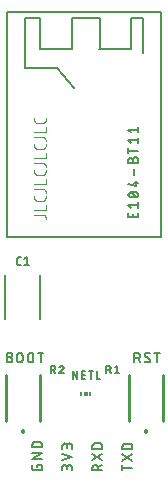
<source format=gbr>
G04 EAGLE Gerber RS-274X export*
G75*
%MOMM*%
%FSLAX34Y34*%
%LPD*%
%INSilkscreen Top*%
%IPPOS*%
%AMOC8*
5,1,8,0,0,1.08239X$1,22.5*%
G01*
%ADD10C,0.076200*%
%ADD11C,0.177800*%
%ADD12C,0.152400*%
%ADD13C,0.127000*%
%ADD14R,0.150000X0.300000*%
%ADD15R,0.300000X0.300000*%
%ADD16C,0.254000*%


D10*
X59491Y242394D02*
X66801Y242394D01*
X66801Y242393D02*
X66890Y242391D01*
X66978Y242385D01*
X67066Y242376D01*
X67154Y242363D01*
X67241Y242346D01*
X67327Y242326D01*
X67412Y242301D01*
X67497Y242274D01*
X67580Y242242D01*
X67661Y242208D01*
X67741Y242169D01*
X67819Y242128D01*
X67896Y242083D01*
X67970Y242035D01*
X68043Y241984D01*
X68113Y241930D01*
X68180Y241872D01*
X68246Y241812D01*
X68308Y241750D01*
X68368Y241684D01*
X68426Y241617D01*
X68480Y241547D01*
X68531Y241474D01*
X68579Y241400D01*
X68624Y241323D01*
X68665Y241245D01*
X68704Y241165D01*
X68738Y241084D01*
X68770Y241001D01*
X68797Y240916D01*
X68822Y240831D01*
X68842Y240745D01*
X68859Y240658D01*
X68872Y240570D01*
X68881Y240482D01*
X68887Y240394D01*
X68889Y240305D01*
X68889Y239261D01*
X68889Y246908D02*
X59491Y246908D01*
X68889Y246908D02*
X68889Y251084D01*
X68889Y256573D02*
X68889Y258661D01*
X68889Y256573D02*
X68887Y256484D01*
X68881Y256396D01*
X68872Y256308D01*
X68859Y256220D01*
X68842Y256133D01*
X68822Y256047D01*
X68797Y255962D01*
X68770Y255877D01*
X68738Y255794D01*
X68704Y255713D01*
X68665Y255633D01*
X68624Y255555D01*
X68579Y255478D01*
X68531Y255404D01*
X68480Y255331D01*
X68426Y255261D01*
X68368Y255194D01*
X68308Y255128D01*
X68246Y255066D01*
X68180Y255006D01*
X68113Y254948D01*
X68043Y254894D01*
X67970Y254843D01*
X67896Y254795D01*
X67819Y254750D01*
X67741Y254709D01*
X67661Y254670D01*
X67580Y254636D01*
X67497Y254604D01*
X67412Y254577D01*
X67327Y254552D01*
X67241Y254532D01*
X67154Y254515D01*
X67066Y254502D01*
X66978Y254493D01*
X66890Y254487D01*
X66801Y254485D01*
X66801Y254484D02*
X61579Y254484D01*
X61488Y254486D01*
X61397Y254492D01*
X61306Y254502D01*
X61216Y254516D01*
X61127Y254534D01*
X61038Y254555D01*
X60951Y254581D01*
X60865Y254610D01*
X60780Y254643D01*
X60696Y254680D01*
X60614Y254720D01*
X60535Y254764D01*
X60457Y254811D01*
X60381Y254862D01*
X60307Y254916D01*
X60236Y254973D01*
X60168Y255033D01*
X60102Y255096D01*
X60039Y255162D01*
X59979Y255230D01*
X59922Y255301D01*
X59868Y255375D01*
X59817Y255451D01*
X59770Y255528D01*
X59726Y255608D01*
X59686Y255690D01*
X59649Y255774D01*
X59616Y255858D01*
X59587Y255945D01*
X59561Y256032D01*
X59540Y256121D01*
X59522Y256210D01*
X59508Y256300D01*
X59498Y256391D01*
X59492Y256482D01*
X59490Y256573D01*
X59491Y256573D02*
X59491Y258661D01*
X59491Y264339D02*
X66801Y264339D01*
X66890Y264337D01*
X66978Y264331D01*
X67066Y264322D01*
X67154Y264309D01*
X67241Y264292D01*
X67327Y264272D01*
X67412Y264247D01*
X67497Y264220D01*
X67580Y264188D01*
X67661Y264154D01*
X67741Y264115D01*
X67819Y264074D01*
X67896Y264029D01*
X67970Y263981D01*
X68043Y263930D01*
X68113Y263876D01*
X68180Y263818D01*
X68246Y263758D01*
X68308Y263696D01*
X68368Y263630D01*
X68426Y263563D01*
X68480Y263493D01*
X68531Y263420D01*
X68579Y263346D01*
X68624Y263269D01*
X68665Y263191D01*
X68704Y263111D01*
X68738Y263030D01*
X68770Y262947D01*
X68797Y262862D01*
X68822Y262777D01*
X68842Y262691D01*
X68859Y262604D01*
X68872Y262516D01*
X68881Y262428D01*
X68887Y262340D01*
X68889Y262251D01*
X68889Y261206D01*
X68889Y268853D02*
X59491Y268853D01*
X68889Y268853D02*
X68889Y273030D01*
X68889Y278518D02*
X68889Y280607D01*
X68889Y278518D02*
X68887Y278429D01*
X68881Y278341D01*
X68872Y278253D01*
X68859Y278165D01*
X68842Y278078D01*
X68822Y277992D01*
X68797Y277907D01*
X68770Y277822D01*
X68738Y277739D01*
X68704Y277658D01*
X68665Y277578D01*
X68624Y277500D01*
X68579Y277423D01*
X68531Y277349D01*
X68480Y277276D01*
X68426Y277206D01*
X68368Y277139D01*
X68308Y277073D01*
X68246Y277011D01*
X68180Y276951D01*
X68113Y276893D01*
X68043Y276839D01*
X67970Y276788D01*
X67896Y276740D01*
X67819Y276695D01*
X67741Y276654D01*
X67661Y276615D01*
X67580Y276581D01*
X67497Y276549D01*
X67412Y276522D01*
X67327Y276497D01*
X67241Y276477D01*
X67154Y276460D01*
X67066Y276447D01*
X66978Y276438D01*
X66890Y276432D01*
X66801Y276430D01*
X61579Y276430D01*
X61579Y276429D02*
X61488Y276431D01*
X61397Y276437D01*
X61306Y276447D01*
X61216Y276461D01*
X61127Y276479D01*
X61038Y276500D01*
X60951Y276526D01*
X60865Y276555D01*
X60780Y276588D01*
X60696Y276625D01*
X60614Y276665D01*
X60535Y276709D01*
X60457Y276756D01*
X60381Y276807D01*
X60307Y276861D01*
X60236Y276918D01*
X60168Y276978D01*
X60102Y277041D01*
X60039Y277107D01*
X59979Y277175D01*
X59922Y277246D01*
X59868Y277320D01*
X59817Y277396D01*
X59770Y277473D01*
X59726Y277553D01*
X59686Y277635D01*
X59649Y277719D01*
X59616Y277803D01*
X59587Y277890D01*
X59561Y277977D01*
X59540Y278066D01*
X59522Y278155D01*
X59508Y278245D01*
X59498Y278336D01*
X59492Y278427D01*
X59490Y278518D01*
X59491Y278518D02*
X59491Y280607D01*
X59491Y286285D02*
X66801Y286285D01*
X66801Y286284D02*
X66890Y286282D01*
X66978Y286276D01*
X67066Y286267D01*
X67154Y286254D01*
X67241Y286237D01*
X67327Y286217D01*
X67412Y286192D01*
X67497Y286165D01*
X67580Y286133D01*
X67661Y286099D01*
X67741Y286060D01*
X67819Y286019D01*
X67896Y285974D01*
X67970Y285926D01*
X68043Y285875D01*
X68113Y285821D01*
X68180Y285763D01*
X68246Y285703D01*
X68308Y285641D01*
X68368Y285575D01*
X68426Y285508D01*
X68480Y285438D01*
X68531Y285365D01*
X68579Y285291D01*
X68624Y285214D01*
X68665Y285136D01*
X68704Y285056D01*
X68738Y284975D01*
X68770Y284892D01*
X68797Y284807D01*
X68822Y284722D01*
X68842Y284636D01*
X68859Y284549D01*
X68872Y284461D01*
X68881Y284373D01*
X68887Y284285D01*
X68889Y284196D01*
X68889Y283152D01*
X68889Y290799D02*
X59491Y290799D01*
X68889Y290799D02*
X68889Y294975D01*
X68889Y300464D02*
X68889Y302552D01*
X68889Y300464D02*
X68887Y300375D01*
X68881Y300287D01*
X68872Y300199D01*
X68859Y300111D01*
X68842Y300024D01*
X68822Y299938D01*
X68797Y299853D01*
X68770Y299768D01*
X68738Y299685D01*
X68704Y299604D01*
X68665Y299524D01*
X68624Y299446D01*
X68579Y299369D01*
X68531Y299295D01*
X68480Y299222D01*
X68426Y299152D01*
X68368Y299085D01*
X68308Y299019D01*
X68246Y298957D01*
X68180Y298897D01*
X68113Y298839D01*
X68043Y298785D01*
X67970Y298734D01*
X67896Y298686D01*
X67819Y298641D01*
X67741Y298600D01*
X67661Y298561D01*
X67580Y298527D01*
X67497Y298495D01*
X67412Y298468D01*
X67327Y298443D01*
X67241Y298423D01*
X67154Y298406D01*
X67066Y298393D01*
X66978Y298384D01*
X66890Y298378D01*
X66801Y298376D01*
X66801Y298375D02*
X61579Y298375D01*
X61488Y298377D01*
X61397Y298383D01*
X61306Y298393D01*
X61216Y298407D01*
X61127Y298425D01*
X61038Y298446D01*
X60951Y298472D01*
X60865Y298501D01*
X60780Y298534D01*
X60696Y298571D01*
X60614Y298611D01*
X60535Y298655D01*
X60457Y298702D01*
X60381Y298753D01*
X60307Y298807D01*
X60236Y298864D01*
X60168Y298924D01*
X60102Y298987D01*
X60039Y299053D01*
X59979Y299121D01*
X59922Y299192D01*
X59868Y299266D01*
X59817Y299342D01*
X59770Y299419D01*
X59726Y299499D01*
X59686Y299581D01*
X59649Y299665D01*
X59616Y299749D01*
X59587Y299836D01*
X59561Y299923D01*
X59540Y300012D01*
X59522Y300101D01*
X59508Y300191D01*
X59498Y300282D01*
X59492Y300373D01*
X59490Y300464D01*
X59491Y300464D02*
X59491Y302552D01*
X59491Y308230D02*
X66801Y308230D01*
X66890Y308228D01*
X66978Y308222D01*
X67066Y308213D01*
X67154Y308200D01*
X67241Y308183D01*
X67327Y308163D01*
X67412Y308138D01*
X67497Y308111D01*
X67580Y308079D01*
X67661Y308045D01*
X67741Y308006D01*
X67819Y307965D01*
X67896Y307920D01*
X67970Y307872D01*
X68043Y307821D01*
X68113Y307767D01*
X68180Y307709D01*
X68246Y307649D01*
X68308Y307587D01*
X68368Y307521D01*
X68426Y307454D01*
X68480Y307384D01*
X68531Y307311D01*
X68579Y307237D01*
X68624Y307160D01*
X68665Y307082D01*
X68704Y307002D01*
X68738Y306921D01*
X68770Y306838D01*
X68797Y306753D01*
X68822Y306668D01*
X68842Y306582D01*
X68859Y306495D01*
X68872Y306407D01*
X68881Y306319D01*
X68887Y306231D01*
X68889Y306142D01*
X68889Y305097D01*
X68889Y312744D02*
X59491Y312744D01*
X68889Y312744D02*
X68889Y316921D01*
X68889Y322409D02*
X68889Y324498D01*
X68889Y322409D02*
X68887Y322320D01*
X68881Y322232D01*
X68872Y322144D01*
X68859Y322056D01*
X68842Y321969D01*
X68822Y321883D01*
X68797Y321798D01*
X68770Y321713D01*
X68738Y321630D01*
X68704Y321549D01*
X68665Y321469D01*
X68624Y321391D01*
X68579Y321314D01*
X68531Y321240D01*
X68480Y321167D01*
X68426Y321097D01*
X68368Y321030D01*
X68308Y320964D01*
X68246Y320902D01*
X68180Y320842D01*
X68113Y320784D01*
X68043Y320730D01*
X67970Y320679D01*
X67896Y320631D01*
X67819Y320586D01*
X67741Y320545D01*
X67661Y320506D01*
X67580Y320472D01*
X67497Y320440D01*
X67412Y320413D01*
X67327Y320388D01*
X67241Y320368D01*
X67154Y320351D01*
X67066Y320338D01*
X66978Y320329D01*
X66890Y320323D01*
X66801Y320321D01*
X61579Y320321D01*
X61579Y320320D02*
X61488Y320322D01*
X61397Y320328D01*
X61306Y320338D01*
X61216Y320352D01*
X61127Y320370D01*
X61038Y320391D01*
X60951Y320417D01*
X60865Y320446D01*
X60780Y320479D01*
X60696Y320516D01*
X60614Y320556D01*
X60535Y320600D01*
X60457Y320647D01*
X60381Y320698D01*
X60307Y320752D01*
X60236Y320809D01*
X60168Y320869D01*
X60102Y320932D01*
X60039Y320998D01*
X59979Y321066D01*
X59922Y321137D01*
X59868Y321211D01*
X59817Y321287D01*
X59770Y321364D01*
X59726Y321444D01*
X59686Y321526D01*
X59649Y321610D01*
X59616Y321694D01*
X59587Y321781D01*
X59561Y321868D01*
X59540Y321957D01*
X59522Y322046D01*
X59508Y322136D01*
X59498Y322227D01*
X59492Y322318D01*
X59490Y322409D01*
X59491Y322409D02*
X59491Y324498D01*
D11*
X147455Y244429D02*
X147455Y240704D01*
X139073Y240704D01*
X139073Y244429D01*
X142798Y243498D02*
X142798Y240704D01*
X140935Y248295D02*
X139073Y250623D01*
X147455Y250623D01*
X147455Y248295D02*
X147455Y252952D01*
X143264Y257439D02*
X143099Y257441D01*
X142934Y257447D01*
X142770Y257457D01*
X142605Y257470D01*
X142441Y257488D01*
X142278Y257510D01*
X142115Y257535D01*
X141953Y257565D01*
X141791Y257598D01*
X141631Y257635D01*
X141471Y257676D01*
X141312Y257721D01*
X141155Y257769D01*
X140998Y257821D01*
X140843Y257877D01*
X140689Y257937D01*
X140537Y258000D01*
X140386Y258067D01*
X140237Y258137D01*
X140160Y258166D01*
X140084Y258198D01*
X140010Y258233D01*
X139938Y258273D01*
X139868Y258315D01*
X139800Y258361D01*
X139734Y258410D01*
X139670Y258463D01*
X139609Y258518D01*
X139551Y258576D01*
X139496Y258636D01*
X139443Y258700D01*
X139394Y258766D01*
X139348Y258834D01*
X139305Y258904D01*
X139265Y258976D01*
X139229Y259050D01*
X139197Y259125D01*
X139168Y259202D01*
X139143Y259280D01*
X139122Y259360D01*
X139104Y259440D01*
X139091Y259521D01*
X139081Y259603D01*
X139075Y259685D01*
X139073Y259767D01*
X139075Y259849D01*
X139081Y259931D01*
X139091Y260013D01*
X139104Y260094D01*
X139122Y260174D01*
X139143Y260254D01*
X139168Y260332D01*
X139197Y260409D01*
X139229Y260484D01*
X139265Y260558D01*
X139305Y260630D01*
X139348Y260700D01*
X139394Y260768D01*
X139443Y260834D01*
X139496Y260898D01*
X139551Y260958D01*
X139609Y261016D01*
X139670Y261071D01*
X139734Y261124D01*
X139800Y261173D01*
X139868Y261219D01*
X139938Y261261D01*
X140010Y261301D01*
X140084Y261336D01*
X140160Y261368D01*
X140237Y261397D01*
X140386Y261467D01*
X140537Y261534D01*
X140689Y261597D01*
X140843Y261657D01*
X140998Y261713D01*
X141155Y261765D01*
X141312Y261813D01*
X141471Y261858D01*
X141631Y261899D01*
X141791Y261936D01*
X141953Y261969D01*
X142115Y261999D01*
X142278Y262024D01*
X142441Y262046D01*
X142605Y262064D01*
X142770Y262077D01*
X142934Y262087D01*
X143099Y262093D01*
X143264Y262095D01*
X143264Y257439D02*
X143429Y257441D01*
X143594Y257447D01*
X143758Y257457D01*
X143923Y257470D01*
X144087Y257488D01*
X144250Y257510D01*
X144413Y257535D01*
X144575Y257565D01*
X144737Y257598D01*
X144897Y257635D01*
X145057Y257676D01*
X145216Y257721D01*
X145373Y257769D01*
X145530Y257821D01*
X145685Y257877D01*
X145839Y257937D01*
X145991Y258000D01*
X146142Y258067D01*
X146291Y258137D01*
X146368Y258166D01*
X146444Y258198D01*
X146518Y258234D01*
X146590Y258273D01*
X146660Y258315D01*
X146728Y258361D01*
X146794Y258410D01*
X146858Y258463D01*
X146919Y258518D01*
X146977Y258576D01*
X147032Y258637D01*
X147085Y258700D01*
X147134Y258766D01*
X147180Y258834D01*
X147223Y258904D01*
X147263Y258976D01*
X147299Y259050D01*
X147331Y259125D01*
X147360Y259202D01*
X147385Y259280D01*
X147406Y259360D01*
X147424Y259440D01*
X147437Y259521D01*
X147447Y259603D01*
X147453Y259685D01*
X147455Y259767D01*
X146291Y261397D02*
X146142Y261467D01*
X145991Y261534D01*
X145839Y261597D01*
X145685Y261657D01*
X145530Y261713D01*
X145373Y261765D01*
X145216Y261813D01*
X145057Y261858D01*
X144897Y261899D01*
X144737Y261936D01*
X144575Y261969D01*
X144413Y261999D01*
X144250Y262024D01*
X144087Y262046D01*
X143923Y262064D01*
X143758Y262077D01*
X143594Y262087D01*
X143429Y262093D01*
X143264Y262095D01*
X146291Y261397D02*
X146368Y261368D01*
X146444Y261336D01*
X146518Y261300D01*
X146590Y261261D01*
X146660Y261219D01*
X146728Y261173D01*
X146794Y261124D01*
X146858Y261071D01*
X146919Y261016D01*
X146977Y260958D01*
X147032Y260897D01*
X147085Y260834D01*
X147134Y260768D01*
X147180Y260700D01*
X147223Y260630D01*
X147263Y260558D01*
X147299Y260484D01*
X147331Y260409D01*
X147360Y260332D01*
X147385Y260254D01*
X147406Y260174D01*
X147424Y260094D01*
X147437Y260013D01*
X147447Y259931D01*
X147453Y259849D01*
X147455Y259767D01*
X145592Y257905D02*
X140935Y261630D01*
X145592Y266583D02*
X139073Y268446D01*
X145592Y266583D02*
X145592Y271240D01*
X143729Y269843D02*
X147455Y269843D01*
X144195Y275871D02*
X144195Y281459D01*
X142798Y286611D02*
X142798Y288939D01*
X142800Y289034D01*
X142806Y289129D01*
X142815Y289223D01*
X142829Y289317D01*
X142846Y289411D01*
X142867Y289503D01*
X142892Y289595D01*
X142921Y289685D01*
X142953Y289775D01*
X142989Y289863D01*
X143029Y289949D01*
X143071Y290034D01*
X143118Y290117D01*
X143168Y290198D01*
X143221Y290276D01*
X143277Y290353D01*
X143336Y290427D01*
X143398Y290499D01*
X143463Y290568D01*
X143531Y290635D01*
X143601Y290698D01*
X143675Y290759D01*
X143750Y290817D01*
X143828Y290871D01*
X143908Y290923D01*
X143990Y290971D01*
X144073Y291015D01*
X144159Y291057D01*
X144246Y291094D01*
X144335Y291128D01*
X144425Y291159D01*
X144516Y291186D01*
X144608Y291209D01*
X144701Y291228D01*
X144795Y291243D01*
X144889Y291255D01*
X144984Y291263D01*
X145079Y291267D01*
X145173Y291267D01*
X145268Y291263D01*
X145363Y291255D01*
X145457Y291243D01*
X145551Y291228D01*
X145644Y291209D01*
X145736Y291186D01*
X145827Y291159D01*
X145917Y291128D01*
X146006Y291094D01*
X146093Y291057D01*
X146179Y291015D01*
X146262Y290971D01*
X146344Y290923D01*
X146424Y290871D01*
X146502Y290817D01*
X146577Y290759D01*
X146651Y290698D01*
X146721Y290635D01*
X146789Y290568D01*
X146854Y290499D01*
X146916Y290427D01*
X146975Y290353D01*
X147031Y290276D01*
X147084Y290198D01*
X147134Y290117D01*
X147181Y290034D01*
X147223Y289949D01*
X147263Y289863D01*
X147299Y289775D01*
X147331Y289685D01*
X147360Y289595D01*
X147385Y289503D01*
X147406Y289411D01*
X147423Y289317D01*
X147437Y289223D01*
X147446Y289129D01*
X147452Y289034D01*
X147454Y288939D01*
X147455Y288939D02*
X147455Y286611D01*
X139073Y286611D01*
X139073Y288939D01*
X139072Y288939D02*
X139074Y289024D01*
X139080Y289108D01*
X139089Y289193D01*
X139103Y289276D01*
X139120Y289359D01*
X139141Y289442D01*
X139166Y289523D01*
X139194Y289603D01*
X139226Y289681D01*
X139262Y289758D01*
X139301Y289834D01*
X139343Y289907D01*
X139389Y289978D01*
X139438Y290048D01*
X139490Y290115D01*
X139545Y290179D01*
X139603Y290241D01*
X139663Y290301D01*
X139727Y290357D01*
X139792Y290411D01*
X139861Y290461D01*
X139931Y290508D01*
X140004Y290552D01*
X140078Y290593D01*
X140154Y290630D01*
X140232Y290664D01*
X140311Y290694D01*
X140392Y290721D01*
X140473Y290744D01*
X140556Y290763D01*
X140639Y290778D01*
X140723Y290790D01*
X140808Y290798D01*
X140893Y290802D01*
X140977Y290802D01*
X141062Y290798D01*
X141147Y290790D01*
X141231Y290778D01*
X141314Y290763D01*
X141397Y290744D01*
X141478Y290721D01*
X141559Y290694D01*
X141638Y290664D01*
X141716Y290630D01*
X141792Y290593D01*
X141867Y290552D01*
X141939Y290508D01*
X142009Y290461D01*
X142078Y290411D01*
X142143Y290357D01*
X142207Y290301D01*
X142267Y290241D01*
X142325Y290179D01*
X142380Y290115D01*
X142432Y290048D01*
X142481Y289978D01*
X142527Y289907D01*
X142569Y289834D01*
X142608Y289758D01*
X142644Y289681D01*
X142676Y289603D01*
X142704Y289523D01*
X142729Y289442D01*
X142750Y289359D01*
X142767Y289276D01*
X142781Y289193D01*
X142790Y289108D01*
X142796Y289024D01*
X142798Y288939D01*
X139073Y296953D02*
X147455Y296953D01*
X139073Y294625D02*
X139073Y299281D01*
X140935Y303159D02*
X139073Y305487D01*
X147455Y305487D01*
X147455Y303159D02*
X147455Y307816D01*
X140935Y312303D02*
X139073Y314631D01*
X147455Y314631D01*
X147455Y312303D02*
X147455Y316960D01*
X61518Y30731D02*
X61518Y29334D01*
X61518Y30731D02*
X66175Y30731D01*
X66175Y27937D01*
X66173Y27851D01*
X66167Y27765D01*
X66157Y27680D01*
X66143Y27595D01*
X66126Y27510D01*
X66104Y27427D01*
X66078Y27345D01*
X66049Y27264D01*
X66016Y27185D01*
X65980Y27107D01*
X65940Y27030D01*
X65896Y26956D01*
X65849Y26884D01*
X65799Y26814D01*
X65745Y26747D01*
X65689Y26682D01*
X65629Y26620D01*
X65567Y26560D01*
X65502Y26504D01*
X65435Y26450D01*
X65365Y26400D01*
X65293Y26353D01*
X65219Y26309D01*
X65142Y26269D01*
X65065Y26233D01*
X64985Y26200D01*
X64904Y26171D01*
X64822Y26145D01*
X64739Y26123D01*
X64654Y26106D01*
X64569Y26092D01*
X64484Y26082D01*
X64398Y26076D01*
X64312Y26074D01*
X59655Y26074D01*
X59569Y26076D01*
X59483Y26082D01*
X59398Y26092D01*
X59313Y26106D01*
X59228Y26123D01*
X59145Y26145D01*
X59063Y26171D01*
X58982Y26200D01*
X58903Y26233D01*
X58825Y26269D01*
X58748Y26309D01*
X58674Y26353D01*
X58602Y26400D01*
X58532Y26450D01*
X58465Y26504D01*
X58400Y26560D01*
X58338Y26620D01*
X58278Y26682D01*
X58222Y26747D01*
X58168Y26814D01*
X58118Y26884D01*
X58071Y26956D01*
X58027Y27030D01*
X57987Y27107D01*
X57951Y27184D01*
X57918Y27264D01*
X57889Y27345D01*
X57863Y27427D01*
X57841Y27510D01*
X57824Y27595D01*
X57810Y27680D01*
X57800Y27765D01*
X57794Y27851D01*
X57792Y27937D01*
X57793Y27937D02*
X57793Y30731D01*
X57793Y35828D02*
X66175Y35828D01*
X66175Y40484D02*
X57793Y35828D01*
X57793Y40484D02*
X66175Y40484D01*
X66175Y45581D02*
X57793Y45581D01*
X57793Y47909D01*
X57795Y48003D01*
X57801Y48096D01*
X57810Y48190D01*
X57823Y48282D01*
X57840Y48375D01*
X57861Y48466D01*
X57885Y48557D01*
X57913Y48646D01*
X57944Y48735D01*
X57979Y48822D01*
X58018Y48907D01*
X58060Y48991D01*
X58105Y49073D01*
X58153Y49153D01*
X58205Y49231D01*
X58260Y49308D01*
X58318Y49381D01*
X58378Y49453D01*
X58442Y49522D01*
X58508Y49588D01*
X58577Y49652D01*
X58649Y49712D01*
X58722Y49770D01*
X58799Y49825D01*
X58877Y49877D01*
X58957Y49925D01*
X59039Y49970D01*
X59123Y50012D01*
X59209Y50051D01*
X59296Y50086D01*
X59384Y50117D01*
X59473Y50145D01*
X59564Y50169D01*
X59655Y50190D01*
X59748Y50207D01*
X59840Y50220D01*
X59934Y50229D01*
X60027Y50235D01*
X60121Y50237D01*
X60121Y50238D02*
X63846Y50238D01*
X63846Y50237D02*
X63940Y50235D01*
X64033Y50229D01*
X64127Y50220D01*
X64219Y50207D01*
X64312Y50190D01*
X64403Y50169D01*
X64494Y50145D01*
X64583Y50117D01*
X64672Y50086D01*
X64758Y50051D01*
X64844Y50012D01*
X64928Y49970D01*
X65010Y49925D01*
X65090Y49877D01*
X65168Y49825D01*
X65245Y49770D01*
X65318Y49712D01*
X65390Y49652D01*
X65459Y49588D01*
X65525Y49522D01*
X65589Y49453D01*
X65649Y49381D01*
X65707Y49308D01*
X65762Y49231D01*
X65814Y49153D01*
X65862Y49073D01*
X65907Y48991D01*
X65949Y48907D01*
X65988Y48821D01*
X66023Y48735D01*
X66054Y48646D01*
X66082Y48557D01*
X66106Y48466D01*
X66127Y48375D01*
X66144Y48282D01*
X66157Y48190D01*
X66166Y48096D01*
X66172Y48003D01*
X66174Y47909D01*
X66175Y47909D02*
X66175Y45581D01*
X91575Y28402D02*
X91575Y26074D01*
X91574Y28402D02*
X91572Y28497D01*
X91566Y28592D01*
X91557Y28686D01*
X91543Y28780D01*
X91526Y28874D01*
X91505Y28966D01*
X91480Y29058D01*
X91451Y29148D01*
X91419Y29238D01*
X91383Y29326D01*
X91343Y29412D01*
X91301Y29497D01*
X91254Y29580D01*
X91204Y29661D01*
X91151Y29739D01*
X91095Y29816D01*
X91036Y29890D01*
X90974Y29962D01*
X90909Y30031D01*
X90841Y30098D01*
X90771Y30161D01*
X90697Y30222D01*
X90622Y30280D01*
X90544Y30334D01*
X90464Y30386D01*
X90382Y30434D01*
X90299Y30478D01*
X90213Y30520D01*
X90126Y30557D01*
X90037Y30591D01*
X89947Y30622D01*
X89856Y30649D01*
X89764Y30672D01*
X89671Y30691D01*
X89577Y30706D01*
X89483Y30718D01*
X89388Y30726D01*
X89293Y30730D01*
X89199Y30730D01*
X89104Y30726D01*
X89009Y30718D01*
X88915Y30706D01*
X88821Y30691D01*
X88728Y30672D01*
X88636Y30649D01*
X88545Y30622D01*
X88455Y30591D01*
X88366Y30557D01*
X88279Y30520D01*
X88193Y30478D01*
X88110Y30434D01*
X88028Y30386D01*
X87948Y30334D01*
X87870Y30280D01*
X87795Y30222D01*
X87721Y30161D01*
X87651Y30098D01*
X87583Y30031D01*
X87518Y29962D01*
X87456Y29890D01*
X87397Y29816D01*
X87341Y29739D01*
X87288Y29661D01*
X87238Y29580D01*
X87191Y29497D01*
X87149Y29412D01*
X87109Y29326D01*
X87073Y29238D01*
X87041Y29148D01*
X87012Y29058D01*
X86987Y28966D01*
X86966Y28874D01*
X86949Y28780D01*
X86935Y28686D01*
X86926Y28592D01*
X86920Y28497D01*
X86918Y28402D01*
X83193Y28868D02*
X83193Y26074D01*
X83192Y28868D02*
X83194Y28953D01*
X83200Y29037D01*
X83209Y29122D01*
X83223Y29205D01*
X83240Y29288D01*
X83261Y29371D01*
X83286Y29452D01*
X83314Y29532D01*
X83346Y29610D01*
X83382Y29687D01*
X83421Y29763D01*
X83463Y29836D01*
X83509Y29907D01*
X83558Y29977D01*
X83610Y30044D01*
X83665Y30108D01*
X83723Y30170D01*
X83783Y30230D01*
X83847Y30286D01*
X83912Y30340D01*
X83981Y30390D01*
X84051Y30437D01*
X84124Y30481D01*
X84198Y30522D01*
X84274Y30559D01*
X84352Y30593D01*
X84431Y30623D01*
X84512Y30650D01*
X84593Y30673D01*
X84676Y30692D01*
X84759Y30707D01*
X84843Y30719D01*
X84928Y30727D01*
X85013Y30731D01*
X85097Y30731D01*
X85182Y30727D01*
X85267Y30719D01*
X85351Y30707D01*
X85434Y30692D01*
X85517Y30673D01*
X85598Y30650D01*
X85679Y30623D01*
X85758Y30593D01*
X85836Y30559D01*
X85912Y30522D01*
X85987Y30481D01*
X86059Y30437D01*
X86129Y30390D01*
X86198Y30340D01*
X86263Y30286D01*
X86327Y30230D01*
X86387Y30170D01*
X86445Y30108D01*
X86500Y30044D01*
X86552Y29977D01*
X86601Y29907D01*
X86647Y29836D01*
X86689Y29763D01*
X86728Y29687D01*
X86764Y29610D01*
X86796Y29532D01*
X86824Y29452D01*
X86849Y29371D01*
X86870Y29288D01*
X86887Y29205D01*
X86901Y29122D01*
X86910Y29037D01*
X86916Y28953D01*
X86918Y28868D01*
X86918Y27005D01*
X83193Y34752D02*
X91575Y37546D01*
X83193Y40340D01*
X91575Y44362D02*
X91575Y46690D01*
X91574Y46690D02*
X91572Y46785D01*
X91566Y46880D01*
X91557Y46974D01*
X91543Y47068D01*
X91526Y47162D01*
X91505Y47254D01*
X91480Y47346D01*
X91451Y47436D01*
X91419Y47526D01*
X91383Y47614D01*
X91343Y47700D01*
X91301Y47785D01*
X91254Y47868D01*
X91204Y47949D01*
X91151Y48027D01*
X91095Y48104D01*
X91036Y48178D01*
X90974Y48250D01*
X90909Y48319D01*
X90841Y48386D01*
X90771Y48449D01*
X90697Y48510D01*
X90622Y48568D01*
X90544Y48622D01*
X90464Y48674D01*
X90382Y48722D01*
X90299Y48766D01*
X90213Y48808D01*
X90126Y48845D01*
X90037Y48879D01*
X89947Y48910D01*
X89856Y48937D01*
X89764Y48960D01*
X89671Y48979D01*
X89577Y48994D01*
X89483Y49006D01*
X89388Y49014D01*
X89293Y49018D01*
X89199Y49018D01*
X89104Y49014D01*
X89009Y49006D01*
X88915Y48994D01*
X88821Y48979D01*
X88728Y48960D01*
X88636Y48937D01*
X88545Y48910D01*
X88455Y48879D01*
X88366Y48845D01*
X88279Y48808D01*
X88193Y48766D01*
X88110Y48722D01*
X88028Y48674D01*
X87948Y48622D01*
X87870Y48568D01*
X87795Y48510D01*
X87721Y48449D01*
X87651Y48386D01*
X87583Y48319D01*
X87518Y48250D01*
X87456Y48178D01*
X87397Y48104D01*
X87341Y48027D01*
X87288Y47949D01*
X87238Y47868D01*
X87191Y47785D01*
X87149Y47700D01*
X87109Y47614D01*
X87073Y47526D01*
X87041Y47436D01*
X87012Y47346D01*
X86987Y47254D01*
X86966Y47162D01*
X86949Y47068D01*
X86935Y46974D01*
X86926Y46880D01*
X86920Y46785D01*
X86918Y46690D01*
X83193Y47156D02*
X83193Y44362D01*
X83192Y47156D02*
X83194Y47241D01*
X83200Y47325D01*
X83209Y47410D01*
X83223Y47493D01*
X83240Y47576D01*
X83261Y47659D01*
X83286Y47740D01*
X83314Y47820D01*
X83346Y47898D01*
X83382Y47975D01*
X83421Y48051D01*
X83463Y48124D01*
X83509Y48195D01*
X83558Y48265D01*
X83610Y48332D01*
X83665Y48396D01*
X83723Y48458D01*
X83783Y48518D01*
X83847Y48574D01*
X83912Y48628D01*
X83981Y48678D01*
X84051Y48725D01*
X84124Y48769D01*
X84198Y48810D01*
X84274Y48847D01*
X84352Y48881D01*
X84431Y48911D01*
X84512Y48938D01*
X84593Y48961D01*
X84676Y48980D01*
X84759Y48995D01*
X84843Y49007D01*
X84928Y49015D01*
X85013Y49019D01*
X85097Y49019D01*
X85182Y49015D01*
X85267Y49007D01*
X85351Y48995D01*
X85434Y48980D01*
X85517Y48961D01*
X85598Y48938D01*
X85679Y48911D01*
X85758Y48881D01*
X85836Y48847D01*
X85912Y48810D01*
X85987Y48769D01*
X86059Y48725D01*
X86129Y48678D01*
X86198Y48628D01*
X86263Y48574D01*
X86327Y48518D01*
X86387Y48458D01*
X86445Y48396D01*
X86500Y48332D01*
X86552Y48265D01*
X86601Y48195D01*
X86647Y48124D01*
X86689Y48051D01*
X86728Y47975D01*
X86764Y47898D01*
X86796Y47820D01*
X86824Y47740D01*
X86849Y47659D01*
X86870Y47576D01*
X86887Y47493D01*
X86901Y47410D01*
X86910Y47325D01*
X86916Y47241D01*
X86918Y47156D01*
X86918Y45293D01*
X108593Y26074D02*
X116975Y26074D01*
X108593Y26074D02*
X108593Y28402D01*
X108595Y28497D01*
X108601Y28592D01*
X108610Y28686D01*
X108624Y28780D01*
X108641Y28874D01*
X108662Y28966D01*
X108687Y29058D01*
X108716Y29148D01*
X108748Y29238D01*
X108784Y29326D01*
X108824Y29412D01*
X108866Y29497D01*
X108913Y29580D01*
X108963Y29661D01*
X109016Y29739D01*
X109072Y29816D01*
X109131Y29890D01*
X109193Y29962D01*
X109258Y30031D01*
X109326Y30098D01*
X109396Y30161D01*
X109470Y30222D01*
X109545Y30280D01*
X109623Y30334D01*
X109703Y30386D01*
X109785Y30434D01*
X109868Y30478D01*
X109954Y30520D01*
X110041Y30557D01*
X110130Y30591D01*
X110220Y30622D01*
X110311Y30649D01*
X110403Y30672D01*
X110496Y30691D01*
X110590Y30706D01*
X110684Y30718D01*
X110779Y30726D01*
X110874Y30730D01*
X110968Y30730D01*
X111063Y30726D01*
X111158Y30718D01*
X111252Y30706D01*
X111346Y30691D01*
X111439Y30672D01*
X111531Y30649D01*
X111622Y30622D01*
X111712Y30591D01*
X111801Y30557D01*
X111888Y30520D01*
X111974Y30478D01*
X112057Y30434D01*
X112139Y30386D01*
X112219Y30334D01*
X112297Y30280D01*
X112372Y30222D01*
X112446Y30161D01*
X112516Y30098D01*
X112584Y30031D01*
X112649Y29962D01*
X112711Y29890D01*
X112770Y29816D01*
X112826Y29739D01*
X112879Y29661D01*
X112929Y29580D01*
X112976Y29497D01*
X113018Y29412D01*
X113058Y29326D01*
X113094Y29238D01*
X113126Y29148D01*
X113155Y29058D01*
X113180Y28966D01*
X113201Y28874D01*
X113218Y28780D01*
X113232Y28686D01*
X113241Y28592D01*
X113247Y28497D01*
X113249Y28402D01*
X113249Y26074D01*
X113249Y28868D02*
X116975Y30731D01*
X116975Y34658D02*
X108593Y40246D01*
X108593Y34658D02*
X116975Y40246D01*
X116975Y44573D02*
X108593Y44573D01*
X108593Y46901D01*
X108595Y46995D01*
X108601Y47088D01*
X108610Y47182D01*
X108623Y47274D01*
X108640Y47367D01*
X108661Y47458D01*
X108685Y47549D01*
X108713Y47638D01*
X108744Y47727D01*
X108779Y47814D01*
X108818Y47899D01*
X108860Y47983D01*
X108905Y48065D01*
X108953Y48145D01*
X109005Y48223D01*
X109060Y48300D01*
X109118Y48373D01*
X109178Y48445D01*
X109242Y48514D01*
X109308Y48580D01*
X109377Y48644D01*
X109449Y48704D01*
X109522Y48762D01*
X109599Y48817D01*
X109677Y48869D01*
X109757Y48917D01*
X109839Y48962D01*
X109923Y49004D01*
X110009Y49043D01*
X110096Y49078D01*
X110184Y49109D01*
X110273Y49137D01*
X110364Y49161D01*
X110455Y49182D01*
X110548Y49199D01*
X110640Y49212D01*
X110734Y49221D01*
X110827Y49227D01*
X110921Y49229D01*
X114646Y49229D01*
X114740Y49227D01*
X114833Y49221D01*
X114927Y49212D01*
X115019Y49199D01*
X115112Y49182D01*
X115203Y49161D01*
X115294Y49137D01*
X115383Y49109D01*
X115472Y49078D01*
X115558Y49043D01*
X115644Y49004D01*
X115728Y48962D01*
X115810Y48917D01*
X115890Y48869D01*
X115968Y48817D01*
X116045Y48762D01*
X116118Y48704D01*
X116190Y48644D01*
X116259Y48580D01*
X116325Y48514D01*
X116389Y48445D01*
X116449Y48373D01*
X116507Y48300D01*
X116562Y48223D01*
X116614Y48145D01*
X116662Y48065D01*
X116707Y47983D01*
X116749Y47899D01*
X116788Y47813D01*
X116823Y47727D01*
X116854Y47638D01*
X116882Y47549D01*
X116906Y47458D01*
X116927Y47367D01*
X116944Y47274D01*
X116957Y47182D01*
X116966Y47088D01*
X116972Y46995D01*
X116974Y46901D01*
X116975Y46901D02*
X116975Y44573D01*
X133993Y28402D02*
X142375Y28402D01*
X133993Y26074D02*
X133993Y30731D01*
X133993Y39731D02*
X142375Y34143D01*
X142375Y39731D02*
X133993Y34143D01*
X133993Y44057D02*
X142375Y44057D01*
X133993Y44057D02*
X133993Y46385D01*
X133995Y46479D01*
X134001Y46572D01*
X134010Y46666D01*
X134023Y46758D01*
X134040Y46851D01*
X134061Y46942D01*
X134085Y47033D01*
X134113Y47122D01*
X134144Y47211D01*
X134179Y47298D01*
X134218Y47383D01*
X134260Y47467D01*
X134305Y47549D01*
X134353Y47629D01*
X134405Y47707D01*
X134460Y47784D01*
X134518Y47857D01*
X134578Y47929D01*
X134642Y47998D01*
X134708Y48064D01*
X134777Y48128D01*
X134849Y48188D01*
X134922Y48246D01*
X134999Y48301D01*
X135077Y48353D01*
X135157Y48401D01*
X135239Y48446D01*
X135323Y48488D01*
X135409Y48527D01*
X135496Y48562D01*
X135584Y48593D01*
X135673Y48621D01*
X135764Y48645D01*
X135855Y48666D01*
X135948Y48683D01*
X136040Y48696D01*
X136134Y48705D01*
X136227Y48711D01*
X136321Y48713D01*
X136321Y48714D02*
X140046Y48714D01*
X140046Y48713D02*
X140140Y48711D01*
X140233Y48705D01*
X140327Y48696D01*
X140419Y48683D01*
X140512Y48666D01*
X140603Y48645D01*
X140694Y48621D01*
X140783Y48593D01*
X140872Y48562D01*
X140958Y48527D01*
X141044Y48488D01*
X141128Y48446D01*
X141210Y48401D01*
X141290Y48353D01*
X141368Y48301D01*
X141445Y48246D01*
X141518Y48188D01*
X141590Y48128D01*
X141659Y48064D01*
X141725Y47998D01*
X141789Y47929D01*
X141849Y47857D01*
X141907Y47784D01*
X141962Y47707D01*
X142014Y47629D01*
X142062Y47549D01*
X142107Y47467D01*
X142149Y47383D01*
X142188Y47297D01*
X142223Y47211D01*
X142254Y47122D01*
X142282Y47033D01*
X142306Y46942D01*
X142327Y46851D01*
X142344Y46758D01*
X142357Y46666D01*
X142366Y46572D01*
X142372Y46479D01*
X142374Y46385D01*
X142375Y46385D02*
X142375Y44057D01*
D12*
X91956Y103417D02*
X91956Y110021D01*
X95624Y103417D01*
X95624Y110021D01*
X99783Y103417D02*
X102718Y103417D01*
X99783Y103417D02*
X99783Y110021D01*
X102718Y110021D01*
X101984Y107086D02*
X99783Y107086D01*
X107201Y110021D02*
X107201Y103417D01*
X105367Y110021D02*
X109036Y110021D01*
X112462Y110021D02*
X112462Y103417D01*
X115397Y103417D01*
X47901Y199937D02*
X46433Y199937D01*
X46433Y199936D02*
X46359Y199938D01*
X46284Y199944D01*
X46211Y199953D01*
X46137Y199966D01*
X46065Y199983D01*
X45994Y200003D01*
X45923Y200027D01*
X45854Y200055D01*
X45787Y200086D01*
X45721Y200120D01*
X45656Y200158D01*
X45594Y200199D01*
X45534Y200243D01*
X45477Y200290D01*
X45422Y200340D01*
X45369Y200393D01*
X45319Y200448D01*
X45272Y200505D01*
X45228Y200565D01*
X45187Y200627D01*
X45149Y200692D01*
X45115Y200758D01*
X45084Y200825D01*
X45056Y200894D01*
X45032Y200965D01*
X45012Y201036D01*
X44995Y201108D01*
X44982Y201182D01*
X44973Y201255D01*
X44967Y201330D01*
X44965Y201404D01*
X44966Y201404D02*
X44966Y205073D01*
X44965Y205073D02*
X44967Y205147D01*
X44973Y205222D01*
X44982Y205295D01*
X44995Y205369D01*
X45012Y205441D01*
X45032Y205512D01*
X45056Y205583D01*
X45084Y205652D01*
X45115Y205719D01*
X45149Y205785D01*
X45187Y205850D01*
X45228Y205912D01*
X45272Y205972D01*
X45319Y206029D01*
X45369Y206084D01*
X45422Y206137D01*
X45477Y206187D01*
X45534Y206234D01*
X45594Y206278D01*
X45656Y206319D01*
X45721Y206357D01*
X45786Y206391D01*
X45854Y206422D01*
X45923Y206450D01*
X45994Y206474D01*
X46065Y206494D01*
X46137Y206511D01*
X46211Y206524D01*
X46284Y206533D01*
X46359Y206539D01*
X46433Y206541D01*
X47901Y206541D01*
X51097Y205073D02*
X52932Y206541D01*
X52932Y199937D01*
X54766Y199937D02*
X51097Y199937D01*
D11*
X38531Y122171D02*
X36203Y122171D01*
X38531Y122170D02*
X38626Y122168D01*
X38721Y122162D01*
X38815Y122153D01*
X38909Y122139D01*
X39003Y122122D01*
X39095Y122101D01*
X39187Y122076D01*
X39277Y122047D01*
X39367Y122015D01*
X39455Y121979D01*
X39541Y121939D01*
X39626Y121897D01*
X39709Y121850D01*
X39790Y121800D01*
X39868Y121747D01*
X39945Y121691D01*
X40019Y121632D01*
X40091Y121570D01*
X40160Y121505D01*
X40227Y121437D01*
X40290Y121367D01*
X40351Y121293D01*
X40409Y121218D01*
X40463Y121140D01*
X40515Y121060D01*
X40563Y120978D01*
X40607Y120895D01*
X40649Y120809D01*
X40686Y120722D01*
X40720Y120633D01*
X40751Y120543D01*
X40778Y120452D01*
X40801Y120360D01*
X40820Y120267D01*
X40835Y120173D01*
X40847Y120079D01*
X40855Y119984D01*
X40859Y119889D01*
X40859Y119795D01*
X40855Y119700D01*
X40847Y119605D01*
X40835Y119511D01*
X40820Y119417D01*
X40801Y119324D01*
X40778Y119232D01*
X40751Y119141D01*
X40720Y119051D01*
X40686Y118962D01*
X40649Y118875D01*
X40607Y118789D01*
X40563Y118706D01*
X40515Y118624D01*
X40463Y118544D01*
X40409Y118466D01*
X40351Y118391D01*
X40290Y118317D01*
X40227Y118247D01*
X40160Y118179D01*
X40091Y118114D01*
X40019Y118052D01*
X39945Y117993D01*
X39868Y117937D01*
X39790Y117884D01*
X39709Y117834D01*
X39626Y117787D01*
X39541Y117745D01*
X39455Y117705D01*
X39367Y117669D01*
X39277Y117637D01*
X39187Y117608D01*
X39095Y117583D01*
X39003Y117562D01*
X38909Y117545D01*
X38815Y117531D01*
X38721Y117522D01*
X38626Y117516D01*
X38531Y117514D01*
X36203Y117514D01*
X36203Y125896D01*
X38531Y125896D01*
X38616Y125894D01*
X38700Y125888D01*
X38785Y125879D01*
X38868Y125865D01*
X38951Y125848D01*
X39034Y125827D01*
X39115Y125802D01*
X39195Y125774D01*
X39273Y125742D01*
X39350Y125706D01*
X39426Y125667D01*
X39499Y125625D01*
X39570Y125579D01*
X39640Y125530D01*
X39707Y125478D01*
X39771Y125423D01*
X39833Y125365D01*
X39893Y125305D01*
X39949Y125241D01*
X40003Y125176D01*
X40053Y125107D01*
X40100Y125037D01*
X40144Y124964D01*
X40185Y124890D01*
X40222Y124814D01*
X40256Y124736D01*
X40286Y124657D01*
X40313Y124576D01*
X40336Y124495D01*
X40355Y124412D01*
X40370Y124329D01*
X40382Y124245D01*
X40390Y124160D01*
X40394Y124075D01*
X40394Y123991D01*
X40390Y123906D01*
X40382Y123821D01*
X40370Y123737D01*
X40355Y123654D01*
X40336Y123571D01*
X40313Y123490D01*
X40286Y123409D01*
X40256Y123330D01*
X40222Y123252D01*
X40185Y123176D01*
X40144Y123102D01*
X40100Y123029D01*
X40053Y122959D01*
X40003Y122890D01*
X39949Y122825D01*
X39893Y122761D01*
X39833Y122701D01*
X39771Y122643D01*
X39707Y122588D01*
X39640Y122536D01*
X39570Y122487D01*
X39499Y122441D01*
X39426Y122399D01*
X39350Y122360D01*
X39273Y122324D01*
X39195Y122292D01*
X39115Y122264D01*
X39034Y122239D01*
X38951Y122218D01*
X38868Y122201D01*
X38785Y122187D01*
X38700Y122178D01*
X38616Y122172D01*
X38531Y122170D01*
X44826Y123568D02*
X44826Y119842D01*
X44826Y123568D02*
X44828Y123663D01*
X44834Y123758D01*
X44843Y123852D01*
X44857Y123946D01*
X44874Y124040D01*
X44895Y124132D01*
X44920Y124224D01*
X44949Y124314D01*
X44981Y124404D01*
X45017Y124492D01*
X45057Y124578D01*
X45099Y124663D01*
X45146Y124746D01*
X45196Y124827D01*
X45249Y124905D01*
X45305Y124982D01*
X45364Y125056D01*
X45426Y125128D01*
X45491Y125197D01*
X45559Y125264D01*
X45629Y125327D01*
X45703Y125388D01*
X45778Y125446D01*
X45856Y125500D01*
X45936Y125552D01*
X46018Y125600D01*
X46101Y125644D01*
X46187Y125686D01*
X46274Y125723D01*
X46363Y125757D01*
X46453Y125788D01*
X46544Y125815D01*
X46636Y125838D01*
X46729Y125857D01*
X46823Y125872D01*
X46917Y125884D01*
X47012Y125892D01*
X47107Y125896D01*
X47201Y125896D01*
X47296Y125892D01*
X47391Y125884D01*
X47485Y125872D01*
X47579Y125857D01*
X47672Y125838D01*
X47764Y125815D01*
X47855Y125788D01*
X47945Y125757D01*
X48034Y125723D01*
X48121Y125686D01*
X48207Y125644D01*
X48290Y125600D01*
X48372Y125552D01*
X48452Y125500D01*
X48530Y125446D01*
X48605Y125388D01*
X48679Y125327D01*
X48749Y125264D01*
X48817Y125197D01*
X48882Y125128D01*
X48944Y125056D01*
X49003Y124982D01*
X49059Y124905D01*
X49112Y124827D01*
X49162Y124746D01*
X49209Y124663D01*
X49251Y124578D01*
X49291Y124492D01*
X49327Y124404D01*
X49359Y124314D01*
X49388Y124224D01*
X49413Y124132D01*
X49434Y124040D01*
X49451Y123946D01*
X49465Y123852D01*
X49474Y123758D01*
X49480Y123663D01*
X49482Y123568D01*
X49483Y123568D02*
X49483Y119842D01*
X49482Y119842D02*
X49480Y119747D01*
X49474Y119652D01*
X49465Y119558D01*
X49451Y119464D01*
X49434Y119370D01*
X49413Y119278D01*
X49388Y119186D01*
X49359Y119096D01*
X49327Y119006D01*
X49291Y118918D01*
X49251Y118832D01*
X49209Y118747D01*
X49162Y118664D01*
X49112Y118583D01*
X49059Y118505D01*
X49003Y118428D01*
X48944Y118354D01*
X48882Y118282D01*
X48817Y118213D01*
X48749Y118146D01*
X48679Y118083D01*
X48605Y118022D01*
X48530Y117964D01*
X48452Y117910D01*
X48372Y117858D01*
X48290Y117810D01*
X48207Y117766D01*
X48121Y117724D01*
X48034Y117687D01*
X47945Y117653D01*
X47855Y117622D01*
X47764Y117595D01*
X47672Y117572D01*
X47579Y117553D01*
X47485Y117538D01*
X47391Y117526D01*
X47296Y117518D01*
X47201Y117514D01*
X47107Y117514D01*
X47012Y117518D01*
X46917Y117526D01*
X46823Y117538D01*
X46729Y117553D01*
X46636Y117572D01*
X46544Y117595D01*
X46453Y117622D01*
X46363Y117653D01*
X46274Y117687D01*
X46187Y117724D01*
X46101Y117766D01*
X46018Y117810D01*
X45936Y117858D01*
X45856Y117910D01*
X45778Y117964D01*
X45703Y118022D01*
X45629Y118083D01*
X45559Y118146D01*
X45491Y118213D01*
X45426Y118282D01*
X45364Y118354D01*
X45305Y118428D01*
X45249Y118505D01*
X45196Y118583D01*
X45146Y118664D01*
X45099Y118747D01*
X45057Y118832D01*
X45017Y118918D01*
X44981Y119006D01*
X44949Y119096D01*
X44920Y119186D01*
X44895Y119278D01*
X44874Y119370D01*
X44857Y119464D01*
X44843Y119558D01*
X44834Y119652D01*
X44828Y119747D01*
X44826Y119842D01*
X53970Y119842D02*
X53970Y123568D01*
X53972Y123663D01*
X53978Y123758D01*
X53987Y123852D01*
X54001Y123946D01*
X54018Y124040D01*
X54039Y124132D01*
X54064Y124224D01*
X54093Y124314D01*
X54125Y124404D01*
X54161Y124492D01*
X54201Y124578D01*
X54243Y124663D01*
X54290Y124746D01*
X54340Y124827D01*
X54393Y124905D01*
X54449Y124982D01*
X54508Y125056D01*
X54570Y125128D01*
X54635Y125197D01*
X54703Y125264D01*
X54773Y125327D01*
X54847Y125388D01*
X54922Y125446D01*
X55000Y125500D01*
X55080Y125552D01*
X55162Y125600D01*
X55245Y125644D01*
X55331Y125686D01*
X55418Y125723D01*
X55507Y125757D01*
X55597Y125788D01*
X55688Y125815D01*
X55780Y125838D01*
X55873Y125857D01*
X55967Y125872D01*
X56061Y125884D01*
X56156Y125892D01*
X56251Y125896D01*
X56345Y125896D01*
X56440Y125892D01*
X56535Y125884D01*
X56629Y125872D01*
X56723Y125857D01*
X56816Y125838D01*
X56908Y125815D01*
X56999Y125788D01*
X57089Y125757D01*
X57178Y125723D01*
X57265Y125686D01*
X57351Y125644D01*
X57434Y125600D01*
X57516Y125552D01*
X57596Y125500D01*
X57674Y125446D01*
X57749Y125388D01*
X57823Y125327D01*
X57893Y125264D01*
X57961Y125197D01*
X58026Y125128D01*
X58088Y125056D01*
X58147Y124982D01*
X58203Y124905D01*
X58256Y124827D01*
X58306Y124746D01*
X58353Y124663D01*
X58395Y124578D01*
X58435Y124492D01*
X58471Y124404D01*
X58503Y124314D01*
X58532Y124224D01*
X58557Y124132D01*
X58578Y124040D01*
X58595Y123946D01*
X58609Y123852D01*
X58618Y123758D01*
X58624Y123663D01*
X58626Y123568D01*
X58626Y119842D01*
X58624Y119747D01*
X58618Y119652D01*
X58609Y119558D01*
X58595Y119464D01*
X58578Y119370D01*
X58557Y119278D01*
X58532Y119186D01*
X58503Y119096D01*
X58471Y119006D01*
X58435Y118918D01*
X58395Y118832D01*
X58353Y118747D01*
X58306Y118664D01*
X58256Y118583D01*
X58203Y118505D01*
X58147Y118428D01*
X58088Y118354D01*
X58026Y118282D01*
X57961Y118213D01*
X57893Y118146D01*
X57823Y118083D01*
X57749Y118022D01*
X57674Y117964D01*
X57596Y117910D01*
X57516Y117858D01*
X57434Y117810D01*
X57351Y117766D01*
X57265Y117724D01*
X57178Y117687D01*
X57089Y117653D01*
X56999Y117622D01*
X56908Y117595D01*
X56816Y117572D01*
X56723Y117553D01*
X56629Y117538D01*
X56535Y117526D01*
X56440Y117518D01*
X56345Y117514D01*
X56251Y117514D01*
X56156Y117518D01*
X56061Y117526D01*
X55967Y117538D01*
X55873Y117553D01*
X55780Y117572D01*
X55688Y117595D01*
X55597Y117622D01*
X55507Y117653D01*
X55418Y117687D01*
X55331Y117724D01*
X55245Y117766D01*
X55162Y117810D01*
X55080Y117858D01*
X55000Y117910D01*
X54922Y117964D01*
X54847Y118022D01*
X54773Y118083D01*
X54703Y118146D01*
X54635Y118213D01*
X54570Y118282D01*
X54508Y118354D01*
X54449Y118428D01*
X54393Y118505D01*
X54340Y118583D01*
X54290Y118664D01*
X54243Y118747D01*
X54201Y118832D01*
X54161Y118918D01*
X54125Y119006D01*
X54093Y119096D01*
X54064Y119186D01*
X54039Y119278D01*
X54018Y119370D01*
X54001Y119464D01*
X53987Y119558D01*
X53978Y119652D01*
X53972Y119747D01*
X53970Y119842D01*
X64833Y117514D02*
X64833Y125896D01*
X67161Y125896D02*
X62504Y125896D01*
X144153Y125896D02*
X144153Y117514D01*
X144153Y125896D02*
X146481Y125896D01*
X146576Y125894D01*
X146671Y125888D01*
X146765Y125879D01*
X146859Y125865D01*
X146953Y125848D01*
X147045Y125827D01*
X147137Y125802D01*
X147227Y125773D01*
X147317Y125741D01*
X147405Y125705D01*
X147491Y125665D01*
X147576Y125623D01*
X147659Y125576D01*
X147740Y125526D01*
X147818Y125473D01*
X147895Y125417D01*
X147969Y125358D01*
X148041Y125296D01*
X148110Y125231D01*
X148177Y125163D01*
X148240Y125093D01*
X148301Y125019D01*
X148359Y124944D01*
X148413Y124866D01*
X148465Y124786D01*
X148513Y124704D01*
X148557Y124621D01*
X148599Y124535D01*
X148636Y124448D01*
X148670Y124359D01*
X148701Y124269D01*
X148728Y124178D01*
X148751Y124086D01*
X148770Y123993D01*
X148785Y123899D01*
X148797Y123805D01*
X148805Y123710D01*
X148809Y123615D01*
X148809Y123521D01*
X148805Y123426D01*
X148797Y123331D01*
X148785Y123237D01*
X148770Y123143D01*
X148751Y123050D01*
X148728Y122958D01*
X148701Y122867D01*
X148670Y122777D01*
X148636Y122688D01*
X148599Y122601D01*
X148557Y122515D01*
X148513Y122432D01*
X148465Y122350D01*
X148413Y122270D01*
X148359Y122192D01*
X148301Y122117D01*
X148240Y122043D01*
X148177Y121973D01*
X148110Y121905D01*
X148041Y121840D01*
X147969Y121778D01*
X147895Y121719D01*
X147818Y121663D01*
X147740Y121610D01*
X147659Y121560D01*
X147576Y121513D01*
X147491Y121471D01*
X147405Y121431D01*
X147317Y121395D01*
X147227Y121363D01*
X147137Y121334D01*
X147045Y121309D01*
X146953Y121288D01*
X146859Y121271D01*
X146765Y121257D01*
X146671Y121248D01*
X146576Y121242D01*
X146481Y121240D01*
X146481Y121239D02*
X144153Y121239D01*
X146947Y121239D02*
X148809Y117514D01*
X155692Y117514D02*
X155778Y117516D01*
X155864Y117522D01*
X155949Y117532D01*
X156034Y117546D01*
X156119Y117563D01*
X156202Y117585D01*
X156284Y117611D01*
X156365Y117640D01*
X156445Y117673D01*
X156522Y117709D01*
X156599Y117749D01*
X156673Y117793D01*
X156745Y117840D01*
X156815Y117890D01*
X156882Y117944D01*
X156947Y118000D01*
X157009Y118060D01*
X157069Y118122D01*
X157125Y118187D01*
X157179Y118254D01*
X157229Y118324D01*
X157276Y118396D01*
X157320Y118470D01*
X157360Y118547D01*
X157396Y118625D01*
X157429Y118704D01*
X157458Y118785D01*
X157484Y118867D01*
X157506Y118950D01*
X157523Y119035D01*
X157537Y119120D01*
X157547Y119205D01*
X157553Y119291D01*
X157555Y119377D01*
X155692Y117514D02*
X155568Y117516D01*
X155444Y117522D01*
X155320Y117532D01*
X155196Y117545D01*
X155073Y117563D01*
X154951Y117584D01*
X154829Y117610D01*
X154708Y117639D01*
X154588Y117672D01*
X154470Y117709D01*
X154352Y117749D01*
X154236Y117793D01*
X154121Y117841D01*
X154008Y117892D01*
X153897Y117947D01*
X153787Y118006D01*
X153679Y118068D01*
X153573Y118133D01*
X153470Y118202D01*
X153368Y118273D01*
X153269Y118348D01*
X153173Y118426D01*
X153078Y118507D01*
X152987Y118591D01*
X152898Y118678D01*
X153130Y124033D02*
X153132Y124117D01*
X153137Y124200D01*
X153147Y124283D01*
X153160Y124366D01*
X153177Y124448D01*
X153197Y124529D01*
X153221Y124609D01*
X153249Y124688D01*
X153280Y124765D01*
X153314Y124841D01*
X153352Y124916D01*
X153394Y124989D01*
X153438Y125059D01*
X153486Y125128D01*
X153536Y125195D01*
X153590Y125259D01*
X153646Y125320D01*
X153706Y125380D01*
X153767Y125436D01*
X153831Y125490D01*
X153898Y125540D01*
X153967Y125588D01*
X154037Y125632D01*
X154110Y125674D01*
X154185Y125712D01*
X154261Y125746D01*
X154338Y125777D01*
X154417Y125805D01*
X154497Y125829D01*
X154578Y125849D01*
X154660Y125866D01*
X154743Y125879D01*
X154826Y125889D01*
X154909Y125894D01*
X154993Y125896D01*
X155105Y125894D01*
X155218Y125889D01*
X155330Y125880D01*
X155441Y125867D01*
X155553Y125851D01*
X155663Y125831D01*
X155773Y125808D01*
X155882Y125781D01*
X155990Y125751D01*
X156098Y125717D01*
X156204Y125680D01*
X156308Y125639D01*
X156412Y125595D01*
X156514Y125548D01*
X156614Y125497D01*
X156713Y125443D01*
X156810Y125386D01*
X156905Y125326D01*
X156998Y125263D01*
X157089Y125197D01*
X154061Y122403D02*
X153989Y122448D01*
X153918Y122496D01*
X153850Y122548D01*
X153784Y122602D01*
X153721Y122659D01*
X153660Y122719D01*
X153602Y122782D01*
X153547Y122848D01*
X153495Y122915D01*
X153447Y122985D01*
X153401Y123057D01*
X153359Y123132D01*
X153320Y123208D01*
X153284Y123285D01*
X153252Y123364D01*
X153224Y123445D01*
X153199Y123527D01*
X153178Y123610D01*
X153161Y123693D01*
X153147Y123778D01*
X153138Y123862D01*
X153132Y123948D01*
X153130Y124033D01*
X156624Y121007D02*
X156696Y120962D01*
X156767Y120914D01*
X156835Y120862D01*
X156901Y120808D01*
X156964Y120751D01*
X157025Y120691D01*
X157083Y120628D01*
X157138Y120562D01*
X157190Y120495D01*
X157238Y120425D01*
X157284Y120353D01*
X157326Y120278D01*
X157365Y120202D01*
X157401Y120125D01*
X157433Y120046D01*
X157461Y119965D01*
X157486Y119883D01*
X157507Y119800D01*
X157524Y119717D01*
X157538Y119632D01*
X157547Y119548D01*
X157553Y119462D01*
X157555Y119377D01*
X156623Y121006D02*
X154062Y122403D01*
X163456Y125896D02*
X163456Y117514D01*
X161127Y125896D02*
X165784Y125896D01*
D13*
X166370Y223520D02*
X166370Y414150D01*
X36400Y414150D01*
X36400Y223520D01*
X151290Y379230D02*
X151290Y409230D01*
X141290Y409230D01*
X141290Y383030D01*
X114590Y383030D01*
X114790Y383130D02*
X114790Y409230D01*
X91060Y409230D01*
X91060Y383130D01*
X63980Y383130D01*
X63980Y409230D01*
X51380Y409230D01*
X51380Y366630D01*
X78900Y366630D01*
X93400Y350030D01*
X36400Y223520D02*
X166370Y223520D01*
D14*
X99120Y90400D03*
X106620Y90400D03*
D15*
X102870Y90400D03*
D12*
X120277Y108204D02*
X120277Y114808D01*
X122112Y114808D01*
X122197Y114806D01*
X122281Y114800D01*
X122365Y114790D01*
X122449Y114777D01*
X122532Y114759D01*
X122614Y114738D01*
X122695Y114713D01*
X122775Y114684D01*
X122853Y114652D01*
X122929Y114616D01*
X123004Y114576D01*
X123077Y114533D01*
X123148Y114487D01*
X123217Y114438D01*
X123284Y114385D01*
X123348Y114329D01*
X123409Y114271D01*
X123467Y114210D01*
X123523Y114146D01*
X123576Y114079D01*
X123625Y114010D01*
X123671Y113939D01*
X123714Y113866D01*
X123754Y113791D01*
X123790Y113715D01*
X123822Y113637D01*
X123851Y113557D01*
X123876Y113476D01*
X123897Y113394D01*
X123915Y113311D01*
X123928Y113227D01*
X123938Y113143D01*
X123944Y113059D01*
X123946Y112974D01*
X123944Y112889D01*
X123938Y112805D01*
X123928Y112721D01*
X123915Y112637D01*
X123897Y112554D01*
X123876Y112472D01*
X123851Y112391D01*
X123822Y112311D01*
X123790Y112233D01*
X123754Y112157D01*
X123714Y112082D01*
X123671Y112009D01*
X123625Y111938D01*
X123576Y111869D01*
X123523Y111802D01*
X123467Y111738D01*
X123409Y111677D01*
X123348Y111619D01*
X123284Y111563D01*
X123217Y111510D01*
X123148Y111461D01*
X123077Y111415D01*
X123004Y111372D01*
X122929Y111332D01*
X122853Y111296D01*
X122775Y111264D01*
X122695Y111235D01*
X122614Y111210D01*
X122532Y111189D01*
X122449Y111171D01*
X122365Y111158D01*
X122281Y111148D01*
X122197Y111142D01*
X122112Y111140D01*
X122112Y111139D02*
X120277Y111139D01*
X122479Y111139D02*
X123946Y108204D01*
X127514Y113340D02*
X129348Y114808D01*
X129348Y108204D01*
X127514Y108204D02*
X131183Y108204D01*
D13*
X64530Y154220D02*
X64530Y191220D01*
X34530Y191220D02*
X34530Y154220D01*
D16*
X35030Y107130D02*
X35030Y68130D01*
X64030Y68130D02*
X64030Y107130D01*
X48627Y59550D02*
X48629Y59605D01*
X48635Y59660D01*
X48645Y59714D01*
X48659Y59767D01*
X48676Y59820D01*
X48698Y59870D01*
X48722Y59920D01*
X48751Y59967D01*
X48783Y60012D01*
X48817Y60054D01*
X48855Y60094D01*
X48896Y60132D01*
X48939Y60166D01*
X48985Y60197D01*
X49033Y60224D01*
X49082Y60248D01*
X49133Y60269D01*
X49186Y60285D01*
X49239Y60298D01*
X49294Y60307D01*
X49349Y60312D01*
X49404Y60313D01*
X49459Y60310D01*
X49513Y60303D01*
X49567Y60292D01*
X49621Y60277D01*
X49672Y60259D01*
X49723Y60237D01*
X49771Y60211D01*
X49818Y60182D01*
X49863Y60149D01*
X49905Y60113D01*
X49944Y60075D01*
X49980Y60033D01*
X50014Y59990D01*
X50044Y59943D01*
X50070Y59895D01*
X50094Y59845D01*
X50113Y59794D01*
X50129Y59741D01*
X50141Y59687D01*
X50149Y59632D01*
X50153Y59578D01*
X50153Y59522D01*
X50149Y59468D01*
X50141Y59413D01*
X50129Y59359D01*
X50113Y59306D01*
X50094Y59255D01*
X50070Y59205D01*
X50044Y59157D01*
X50014Y59110D01*
X49980Y59067D01*
X49944Y59025D01*
X49905Y58987D01*
X49863Y58951D01*
X49818Y58918D01*
X49772Y58889D01*
X49723Y58863D01*
X49672Y58841D01*
X49621Y58823D01*
X49567Y58808D01*
X49513Y58797D01*
X49459Y58790D01*
X49404Y58787D01*
X49349Y58788D01*
X49294Y58793D01*
X49239Y58802D01*
X49186Y58815D01*
X49133Y58831D01*
X49082Y58852D01*
X49033Y58876D01*
X48985Y58903D01*
X48939Y58934D01*
X48896Y58968D01*
X48855Y59006D01*
X48817Y59046D01*
X48783Y59088D01*
X48751Y59133D01*
X48722Y59180D01*
X48698Y59230D01*
X48676Y59280D01*
X48659Y59333D01*
X48645Y59386D01*
X48635Y59440D01*
X48629Y59495D01*
X48627Y59550D01*
X139170Y68130D02*
X139170Y107130D01*
X168170Y107130D02*
X168170Y68130D01*
X152767Y59550D02*
X152769Y59605D01*
X152775Y59660D01*
X152785Y59714D01*
X152799Y59767D01*
X152816Y59820D01*
X152838Y59870D01*
X152862Y59920D01*
X152891Y59967D01*
X152923Y60012D01*
X152957Y60054D01*
X152995Y60094D01*
X153036Y60132D01*
X153079Y60166D01*
X153125Y60197D01*
X153173Y60224D01*
X153222Y60248D01*
X153273Y60269D01*
X153326Y60285D01*
X153379Y60298D01*
X153434Y60307D01*
X153489Y60312D01*
X153544Y60313D01*
X153599Y60310D01*
X153653Y60303D01*
X153707Y60292D01*
X153761Y60277D01*
X153812Y60259D01*
X153863Y60237D01*
X153911Y60211D01*
X153958Y60182D01*
X154003Y60149D01*
X154045Y60113D01*
X154084Y60075D01*
X154120Y60033D01*
X154154Y59990D01*
X154184Y59943D01*
X154210Y59895D01*
X154234Y59845D01*
X154253Y59794D01*
X154269Y59741D01*
X154281Y59687D01*
X154289Y59632D01*
X154293Y59578D01*
X154293Y59522D01*
X154289Y59468D01*
X154281Y59413D01*
X154269Y59359D01*
X154253Y59306D01*
X154234Y59255D01*
X154210Y59205D01*
X154184Y59157D01*
X154154Y59110D01*
X154120Y59067D01*
X154084Y59025D01*
X154045Y58987D01*
X154003Y58951D01*
X153958Y58918D01*
X153912Y58889D01*
X153863Y58863D01*
X153812Y58841D01*
X153761Y58823D01*
X153707Y58808D01*
X153653Y58797D01*
X153599Y58790D01*
X153544Y58787D01*
X153489Y58788D01*
X153434Y58793D01*
X153379Y58802D01*
X153326Y58815D01*
X153273Y58831D01*
X153222Y58852D01*
X153173Y58876D01*
X153125Y58903D01*
X153079Y58934D01*
X153036Y58968D01*
X152995Y59006D01*
X152957Y59046D01*
X152923Y59088D01*
X152891Y59133D01*
X152862Y59180D01*
X152838Y59230D01*
X152816Y59280D01*
X152799Y59333D01*
X152785Y59386D01*
X152775Y59440D01*
X152769Y59495D01*
X152767Y59550D01*
D12*
X73287Y108204D02*
X73287Y114808D01*
X75122Y114808D01*
X75207Y114806D01*
X75291Y114800D01*
X75375Y114790D01*
X75459Y114777D01*
X75542Y114759D01*
X75624Y114738D01*
X75705Y114713D01*
X75785Y114684D01*
X75863Y114652D01*
X75939Y114616D01*
X76014Y114576D01*
X76087Y114533D01*
X76158Y114487D01*
X76227Y114438D01*
X76294Y114385D01*
X76358Y114329D01*
X76419Y114271D01*
X76477Y114210D01*
X76533Y114146D01*
X76586Y114079D01*
X76635Y114010D01*
X76681Y113939D01*
X76724Y113866D01*
X76764Y113791D01*
X76800Y113715D01*
X76832Y113637D01*
X76861Y113557D01*
X76886Y113476D01*
X76907Y113394D01*
X76925Y113311D01*
X76938Y113227D01*
X76948Y113143D01*
X76954Y113059D01*
X76956Y112974D01*
X76954Y112889D01*
X76948Y112805D01*
X76938Y112721D01*
X76925Y112637D01*
X76907Y112554D01*
X76886Y112472D01*
X76861Y112391D01*
X76832Y112311D01*
X76800Y112233D01*
X76764Y112157D01*
X76724Y112082D01*
X76681Y112009D01*
X76635Y111938D01*
X76586Y111869D01*
X76533Y111802D01*
X76477Y111738D01*
X76419Y111677D01*
X76358Y111619D01*
X76294Y111563D01*
X76227Y111510D01*
X76158Y111461D01*
X76087Y111415D01*
X76014Y111372D01*
X75939Y111332D01*
X75863Y111296D01*
X75785Y111264D01*
X75705Y111235D01*
X75624Y111210D01*
X75542Y111189D01*
X75459Y111171D01*
X75375Y111158D01*
X75291Y111148D01*
X75207Y111142D01*
X75122Y111140D01*
X75122Y111139D02*
X73287Y111139D01*
X75489Y111139D02*
X76956Y108204D01*
X82542Y114808D02*
X82621Y114806D01*
X82699Y114801D01*
X82777Y114791D01*
X82854Y114778D01*
X82931Y114761D01*
X83007Y114741D01*
X83082Y114717D01*
X83156Y114690D01*
X83228Y114659D01*
X83299Y114624D01*
X83368Y114587D01*
X83435Y114546D01*
X83500Y114502D01*
X83563Y114455D01*
X83623Y114405D01*
X83681Y114352D01*
X83737Y114296D01*
X83790Y114238D01*
X83840Y114178D01*
X83887Y114115D01*
X83931Y114050D01*
X83972Y113983D01*
X84009Y113914D01*
X84044Y113843D01*
X84075Y113771D01*
X84102Y113697D01*
X84126Y113622D01*
X84146Y113546D01*
X84163Y113469D01*
X84176Y113392D01*
X84186Y113314D01*
X84191Y113236D01*
X84193Y113157D01*
X82542Y114808D02*
X82453Y114806D01*
X82364Y114801D01*
X82276Y114791D01*
X82188Y114778D01*
X82101Y114762D01*
X82014Y114741D01*
X81929Y114717D01*
X81844Y114690D01*
X81761Y114659D01*
X81679Y114624D01*
X81598Y114586D01*
X81519Y114545D01*
X81443Y114501D01*
X81367Y114453D01*
X81294Y114402D01*
X81224Y114349D01*
X81155Y114292D01*
X81089Y114232D01*
X81026Y114170D01*
X80965Y114105D01*
X80907Y114038D01*
X80852Y113968D01*
X80799Y113896D01*
X80750Y113822D01*
X80704Y113746D01*
X80662Y113668D01*
X80622Y113588D01*
X80586Y113507D01*
X80553Y113424D01*
X80524Y113340D01*
X83642Y111873D02*
X83698Y111929D01*
X83752Y111988D01*
X83803Y112049D01*
X83852Y112113D01*
X83897Y112178D01*
X83940Y112246D01*
X83979Y112315D01*
X84016Y112386D01*
X84049Y112459D01*
X84078Y112533D01*
X84105Y112608D01*
X84128Y112684D01*
X84147Y112762D01*
X84163Y112840D01*
X84176Y112918D01*
X84185Y112998D01*
X84190Y113077D01*
X84192Y113157D01*
X83642Y111873D02*
X80524Y108204D01*
X84193Y108204D01*
M02*

</source>
